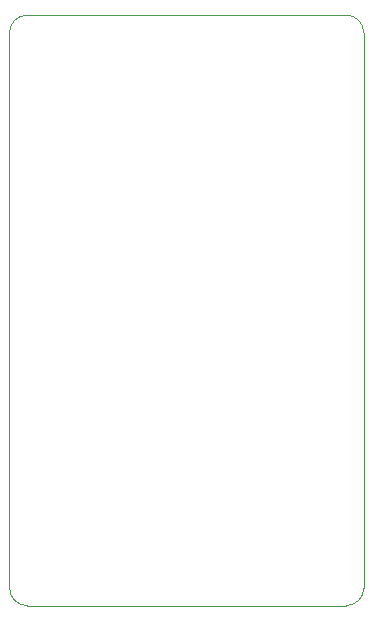
<source format=gm1>
%TF.GenerationSoftware,KiCad,Pcbnew,7.0.2-6a45011f42~172~ubuntu22.04.1*%
%TF.CreationDate,2023-05-17T08:32:53+02:00*%
%TF.ProjectId,PowerMeterLC,506f7765-724d-4657-9465-724c432e6b69,rev?*%
%TF.SameCoordinates,Original*%
%TF.FileFunction,Profile,NP*%
%FSLAX46Y46*%
G04 Gerber Fmt 4.6, Leading zero omitted, Abs format (unit mm)*
G04 Created by KiCad (PCBNEW 7.0.2-6a45011f42~172~ubuntu22.04.1) date 2023-05-17 08:32:53*
%MOMM*%
%LPD*%
G01*
G04 APERTURE LIST*
%TA.AperFunction,Profile*%
%ADD10C,0.100000*%
%TD*%
G04 APERTURE END LIST*
D10*
X42000000Y-149500000D02*
X42000000Y-196500000D01*
X42000000Y-149500000D02*
G75*
G03*
X40500000Y-148000000I-1500000J0D01*
G01*
X12000000Y-196500000D02*
X12000000Y-149500000D01*
X13500000Y-148000000D02*
G75*
G03*
X12000000Y-149500000I0J-1500000D01*
G01*
X12000000Y-196500000D02*
G75*
G03*
X13500000Y-198000000I1500000J0D01*
G01*
X40500000Y-198000000D02*
G75*
G03*
X42000000Y-196500000I0J1500000D01*
G01*
X13500000Y-148000000D02*
X40500000Y-148000000D01*
X40500000Y-198000000D02*
X13500000Y-198000000D01*
M02*

</source>
